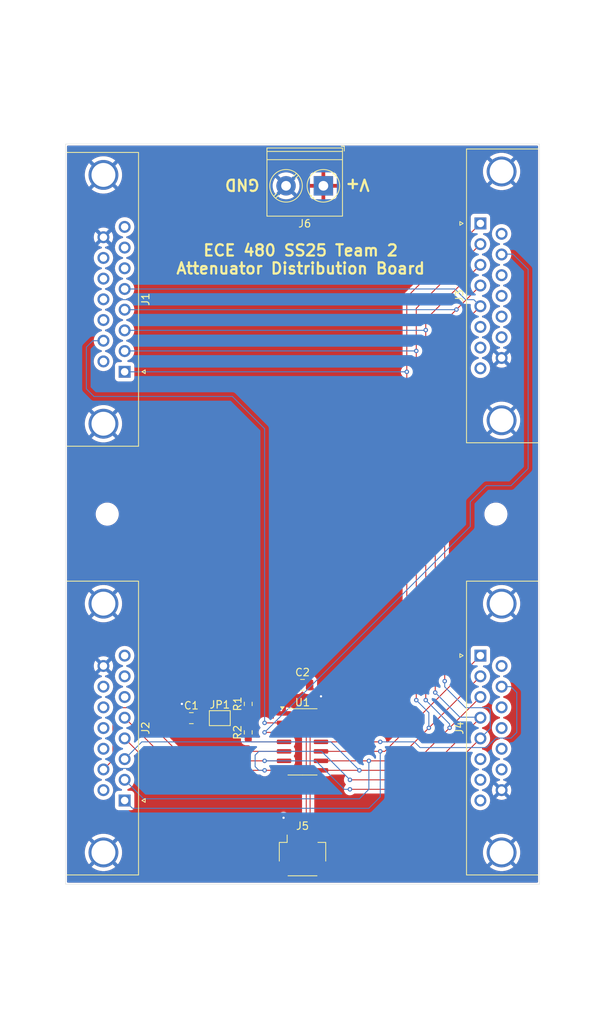
<source format=kicad_pcb>
(kicad_pcb (version 20240108) (generator "pcbnew") (generator_version "8.0")
  (layers (0 "F.Cu" signal) (31 "B.Cu" signal) (34 "B.Paste" user) (35 "F.Paste" user) (36 "B.SilkS" user "B.Silkscreen") (37 "F.SilkS" user "F.Silkscreen") (38 "B.Mask" user) (39 "F.Mask" user) (44 "Edge.Cuts" user))
  (net 0 "")
  (net 1 "VDD")
  (net 2 "GND")
  (net 3 "/SDA")
  (net 4 "/SCL")
  (net 5 "/C0")
  (net 6 "/C1")
  (net 7 "/C2")
  (net 8 "/C3")
  (net 9 "/C4")
  (net 10 "/L0")
  (net 11 "/L1")
  (net 12 "/L2")
  (net 13 "/L3")
  (net 14 "~{MCLR}")
  (net 15 "MCLR_HOLD")
  (net 16 "MCLR_HOLD_CAP")
  (footprint "TerminalBlock_Phoenix:TerminalBlock_Phoenix_PT-1,5-2-5.0-H_1x02_P5.00mm_Horizontal" (layer "F.Cu") (at 59.944 32.258 180)
    (property "Reference" "J6" (at 2.5 -5.06 360) (layer "F.SilkS"))
    (property "Value" "TerminalBlock_Phoenix_PT-1,5-2-5.0-H_1x02_P5.00mm_Horizontal")
    (fp_line (start 7.56 -4.06) (end 7.56 5.06) (stroke (width 0.12)) (layer "F.SilkS"))
    (fp_line (start 6.654 -1.388) (end 6.259 -0.992) (stroke (width 0.12)) (layer "F.SilkS"))
    (fp_line (start 6.388 -1.654) (end 6.008 -1.274) (stroke (width 0.12)) (layer "F.SilkS"))
    (fp_line (start 3.993 1.274) (end 3.613 1.654) (stroke (width 0.12)) (layer "F.SilkS"))
    (fp_line (start 3.742 0.992) (end 3.347 1.388) (stroke (width 0.12)) (layer "F.SilkS"))
    (fp_line (start 1.654 -1.388) (end 1.547 -1.281) (stroke (width 0.12)) (layer "F.SilkS"))
    (fp_line (start 1.388 -1.654) (end 1.281 -1.547) (stroke (width 0.12)) (layer "F.SilkS"))
    (fp_line (start -1.282 1.547) (end -1.388 1.654) (stroke (width 0.12)) (layer "F.SilkS"))
    (fp_line (start -1.548 1.281) (end -1.654 1.388) (stroke (width 0.12)) (layer "F.SilkS"))
    (fp_line (start -2.56 5.06) (end 7.56 5.06) (stroke (width 0.12)) (layer "F.SilkS"))
    (fp_line (start -2.56 4.6) (end 7.56 4.6) (stroke (width 0.12)) (layer "F.SilkS"))
    (fp_line (start -2.56 3.5) (end 7.56 3.5) (stroke (width 0.12)) (layer "F.SilkS"))
    (fp_line (start -2.56 -4.06) (end 7.56 -4.06) (stroke (width 0.12)) (layer "F.SilkS"))
    (fp_line (start -2.56 -4.06) (end -2.56 5.06) (stroke (width 0.12)) (layer "F.SilkS"))
    (fp_line (start -2.8 5.3) (end -2.4 5.3) (stroke (width 0.12)) (layer "F.SilkS"))
    (fp_line (start -2.8 4.66) (end -2.8 5.3) (stroke (width 0.12)) (layer "F.SilkS"))
    (fp_circle (center 5 0) (end 7.18 0) (stroke (width 0.12)) (fill none) (layer "F.SilkS"))
    (fp_circle (center 0 0) (end 2.18 0) (stroke (width 0.12)) (fill none) (layer "F.SilkS"))
    (pad "1" thru_hole rect (at 0 0 180) (size 2.6 2.6) (drill 1.3) (layers "*.Cu" "*.Mask") (net 1 "VDD"))
    (pad "2" thru_hole circle (at 5 0 180) (size 2.6 2.6) (drill 1.3) (layers "*.Cu" "*.Mask") (net 2 "GND"))
  )
  (footprint "Connector_Dsub:DSUB-15_Female_Horizontal_P2.77x2.84mm_EdgePinOffset4.94mm_Housed_MountingHolesOffset4.94mm" (layer "F.Cu") (at 33.32 114.525 -90)
    (property "Reference" "J2" (at -9.695 -2.8 90) (layer "F.SilkS"))
    (property "Value" "DSUB-15_Female_Horizontal_P2.77x2.84mm_EdgePinOffset4.94mm_Housed_MountingHolesOffset4.94mm")
    (fp_line (start -29.355 7.72) (end -29.355 -1.86) (stroke (width 0.12)) (layer "F.SilkS"))
    (fp_line (start -29.355 -1.86) (end 9.965 -1.86) (stroke (width 0.12)) (layer "F.SilkS"))
    (fp_line (start 9.965 -1.86) (end 9.965 7.72) (stroke (width 0.12)) (layer "F.SilkS"))
    (fp_line (start 0 -2.321325) (end -0.25 -2.754338) (stroke (width 0.12)) (layer "F.SilkS"))
    (fp_line (start -0.25 -2.754338) (end 0.25 -2.754338) (stroke (width 0.12)) (layer "F.SilkS"))
    (fp_line (start 0.25 -2.754338) (end 0 -2.321325) (stroke (width 0.12)) (layer "F.SilkS"))
    (pad "0" thru_hole circle (at -26.345 2.84 270) (size 4 4) (drill 3.2) (layers "*.Cu" "*.Mask") (net 2 "GND"))
    (pad "0" thru_hole circle (at 6.955 2.84 270) (size 4 4) (drill 3.2) (layers "*.Cu" "*.Mask") (net 2 "GND"))
    (pad "1" thru_hole rect (at 0 0 270) (size 1.6 1.6) (drill 1) (layers "*.Cu" "*.Mask") (net 5 "/C0"))
    (pad "2" thru_hole circle (at -2.77 0 270) (size 1.6 1.6) (drill 1) (layers "*.Cu" "*.Mask") (net 6 "/C1"))
    (pad "3" thru_hole circle (at -5.54 0 270) (size 1.6 1.6) (drill 1) (layers "*.Cu" "*.Mask") (net 7 "/C2"))
    (pad "4" thru_hole circle (at -8.31 0 270) (size 1.6 1.6) (drill 1) (layers "*.Cu" "*.Mask") (net 8 "/C3"))
    (pad "5" thru_hole circle (at -11.08 0 270) (size 1.6 1.6) (drill 1) (layers "*.Cu" "*.Mask") (net 9 "/C4"))
    (pad "6" thru_hole circle (at -13.85 0 270) (size 1.6 1.6) (drill 1) (layers "*.Cu" "*.Mask"))
    (pad "7" thru_hole circle (at -16.62 0 270) (size 1.6 1.6) (drill 1) (layers "*.Cu" "*.Mask"))
    (pad "8" thru_hole circle (at -19.39 0 270) (size 1.6 1.6) (drill 1) (layers "*.Cu" "*.Mask"))
    (pad "9" thru_hole circle (at -1.385 2.84 270) (size 1.6 1.6) (drill 1) (layers "*.Cu" "*.Mask"))
    (pad "10" thru_hole circle (at -4.155 2.84 270) (size 1.6 1.6) (drill 1) (layers "*.Cu" "*.Mask") (net 11 "/L1"))
    (pad "11" thru_hole circle (at -6.925 2.84 270) (size 1.6 1.6) (drill 1) (layers "*.Cu" "*.Mask"))
    (pad "12" thru_hole circle (at -9.695 2.84 270) (size 1.6 1.6) (drill 1) (layers "*.Cu" "*.Mask"))
    (pad "13" thru_hole circle (at -12.465 2.84 270) (size 1.6 1.6) (drill 1) (layers "*.Cu" "*.Mask"))
    (pad "14" thru_hole circle (at -15.235 2.84 270) (size 1.6 1.6) (drill 1) (layers "*.Cu" "*.Mask"))
    (pad "15" thru_hole circle (at -18.005 2.84 270) (size 1.6 1.6) (drill 1) (layers "*.Cu" "*.Mask") (net 2 "GND"))
  )
  (footprint "Resistor_SMD:R_0603_1608Metric" (layer "F.Cu") (at 49.878 101.6 90)
    (property "Reference" "R1" (at 0 -1.43 90) (layer "F.SilkS"))
    (property "Value" "10kΩ")
    (fp_line (start -0.237258 -0.5225) (end 0.237258 -0.5225) (stroke (width 0.12)) (layer "F.SilkS"))
    (fp_line (start -0.237258 0.5225) (end 0.237258 0.5225) (stroke (width 0.12)) (layer "F.SilkS"))
    (pad "1" smd roundrect (at -0.825 0 90) (size 0.8 0.95) (layers "F.Cu" "F.Paste" "F.Mask") (net 15 "MCLR_HOLD"))
    (pad "2" smd roundrect (at 0.825 0 90) (size 0.8 0.95) (layers "F.Cu" "F.Paste" "F.Mask") (net 1 "VDD"))
  )
  (footprint "Connector_Dsub:DSUB-15_Female_Horizontal_P2.77x2.84mm_EdgePinOffset4.94mm_Housed_MountingHolesOffset4.94mm" (layer "F.Cu") (at 33.32 57.145 -90)
    (property "Reference" "J1" (at -9.695 -2.8 90) (layer "F.SilkS"))
    (property "Value" "DSUB-15_Female_Horizontal_P2.77x2.84mm_EdgePinOffset4.94mm_Housed_MountingHolesOffset4.94mm")
    (fp_line (start -29.355 7.72) (end -29.355 -1.86) (stroke (width 0.12)) (layer "F.SilkS"))
    (fp_line (start -29.355 -1.86) (end 9.965 -1.86) (stroke (width 0.12)) (layer "F.SilkS"))
    (fp_line (start 9.965 -1.86) (end 9.965 7.72) (stroke (width 0.12)) (layer "F.SilkS"))
    (fp_line (start 0 -2.321325) (end -0.25 -2.754338) (stroke (width 0.12)) (layer "F.SilkS"))
    (fp_line (start -0.25 -2.754338) (end 0.25 -2.754338) (stroke (width 0.12)) (layer "F.SilkS"))
    (fp_line (start 0.25 -2.754338) (end 0 -2.321325) (stroke (width 0.12)) (layer "F.SilkS"))
    (pad "0" thru_hole circle (at -26.345 2.84 270) (size 4 4) (drill 3.2) (layers "*.Cu" "*.Mask") (net 2 "GND"))
    (pad "0" thru_hole circle (at 6.955 2.84 270) (size 4 4) (drill 3.2) (layers "*.Cu" "*.Mask") (net 2 "GND"))
    (pad "1" thru_hole rect (at 0 0 270) (size 1.6 1.6) (drill 1) (layers "*.Cu" "*.Mask") (net 5 "/C0"))
    (pad "2" thru_hole circle (at -2.77 0 270) (size 1.6 1.6) (drill 1) (layers "*.Cu" "*.Mask") (net 6 "/C1"))
    (pad "3" thru_hole circle (at -5.54 0 270) (size 1.6 1.6) (drill 1) (layers "*.Cu" "*.Mask") (net 7 "/C2"))
    (pad "4" thru_hole circle (at -8.31 0 270) (size 1.6 1.6) (drill 1) (layers "*.Cu" "*.Mask") (net 8 "/C3"))
    (pad "5" thru_hole circle (at -11.08 0 270) (size 1.6 1.6) (drill 1) (layers "*.Cu" "*.Mask") (net 9 "/C4"))
    (pad "6" thru_hole circle (at -13.85 0 270) (size 1.6 1.6) (drill 1) (layers "*.Cu" "*.Mask"))
    (pad "7" thru_hole circle (at -16.62 0 270) (size 1.6 1.6) (drill 1) (layers "*.Cu" "*.Mask"))
    (pad "8" thru_hole circle (at -19.39 0 270) (size 1.6 1.6) (drill 1) (layers "*.Cu" "*.Mask"))
    (pad "9" thru_hole circle (at -1.385 2.84 270) (size 1.6 1.6) (drill 1) (layers "*.Cu" "*.Mask"))
    (pad "10" thru_hole circle (at -4.155 2.84 270) (size 1.6 1.6) (drill 1) (layers "*.Cu" "*.Mask") (net 10 "/L0"))
    (pad "11" thru_hole circle (at -6.925 2.84 270) (size 1.6 1.6) (drill 1) (layers "*.Cu" "*.Mask"))
    (pad "12" thru_hole circle (at -9.695 2.84 270) (size 1.6 1.6) (drill 1) (layers "*.Cu" "*.Mask"))
    (pad "13" thru_hole circle (at -12.465 2.84 270) (size 1.6 1.6) (drill 1) (layers "*.Cu" "*.Mask"))
    (pad "14" thru_hole circle (at -15.235 2.84 270) (size 1.6 1.6) (drill 1) (layers "*.Cu" "*.Mask"))
    (pad "15" thru_hole circle (at -18.005 2.84 270) (size 1.6 1.6) (drill 1) (layers "*.Cu" "*.Mask") (net 2 "GND"))
  )
  (footprint "Jumper:SolderJumper-2_P1.3mm_Open_Pad1.0x1.5mm" (layer "F.Cu") (at 46.068 103.505)
    (property "Reference" "JP1" (at 0 -1.8 0) (layer "F.SilkS"))
    (property "Value" "SolderJumper-2_P1.3mm_Open_Pad1.0x1.5mm")
    (fp_line (start -1.4 -1) (end 1.4 -1) (stroke (width 0.12)) (layer "F.SilkS"))
    (fp_line (start -1.4 1) (end -1.4 -1) (stroke (width 0.12)) (layer "F.SilkS"))
    (fp_line (start 1.4 -1) (end 1.4 1) (stroke (width 0.12)) (layer "F.SilkS"))
    (fp_line (start 1.4 1) (end -1.4 1) (stroke (width 0.12)) (layer "F.SilkS"))
    (pad "1" smd rect (at -0.65 0) (size 1 1.5) (layers "F.Cu" "F.Mask") (net 16 "MCLR_HOLD_CAP"))
    (pad "2" smd rect (at 0.65 0) (size 1 1.5) (layers "F.Cu" "F.Mask") (net 15 "MCLR_HOLD"))
  )
  (footprint "Connector_Dsub:DSUB-15_Female_Horizontal_P2.77x2.84mm_EdgePinOffset4.94mm_Housed_MountingHolesOffset4.94mm" (layer "F.Cu") (at 80.98 95.135 90)
    (property "Reference" "J4" (at -9.695 -2.8 90) (layer "F.SilkS"))
    (property "Value" "DSUB-15_Female_Horizontal_P2.77x2.84mm_EdgePinOffset4.94mm_Housed_MountingHolesOffset4.94mm")
    (fp_line (start 0.25 -2.754338) (end 0 -2.321325) (stroke (width 0.12)) (layer "F.SilkS"))
    (fp_line (start -0.25 -2.754338) (end 0.25 -2.754338) (stroke (width 0.12)) (layer "F.SilkS"))
    (fp_line (start 0 -2.321325) (end -0.25 -2.754338) (stroke (width 0.12)) (layer "F.SilkS"))
    (fp_line (start 9.965 -1.86) (end 9.965 7.72) (stroke (width 0.12)) (layer "F.SilkS"))
    (fp_line (start -29.355 -1.86) (end 9.965 -1.86) (stroke (width 0.12)) (layer "F.SilkS"))
    (fp_line (start -29.355 7.72) (end -29.355 -1.86) (stroke (width 0.12)) (layer "F.SilkS"))
    (pad "0" thru_hole circle (at -26.345 2.84 90) (size 4 4) (drill 3.2) (layers "*.Cu" "*.Mask") (net 2 "GND"))
    (pad "0" thru_hole circle (at 6.955 2.84 90) (size 4 4) (drill 3.2) (layers "*.Cu" "*.Mask") (net 2 "GND"))
    (pad "1" thru_hole rect (at 0 0 90) (size 1.6 1.6) (drill 1) (layers "*.Cu" "*.Mask") (net 5 "/C0"))
    (pad "2" thru_hole circle (at -2.77 0 90) (size 1.6 1.6) (drill 1) (layers "*.Cu" "*.Mask") (net 6 "/C1"))
    (pad "3" thru_hole circle (at -5.54 0 90) (size 1.6 1.6) (drill 1) (layers "*.Cu" "*.Mask") (net 7 "/C2"))
    (pad "4" thru_hole circle (at -8.31 0 90) (size 1.6 1.6) (drill 1) (layers "*.Cu" "*.Mask") (net 8 "/C3"))
    (pad "5" thru_hole circle (at -11.08 0 90) (size 1.6 1.6) (drill 1) (layers "*.Cu" "*.Mask") (net 9 "/C4"))
    (pad "6" thru_hole circle (at -13.85 0 90) (size 1.6 1.6) (drill 1) (layers "*.Cu" "*.Mask"))
    (pad "7" thru_hole circle (at -16.62 0 90) (size 1.6 1.6) (drill 1) (layers "*.Cu" "*.Mask"))
    (pad "8" thru_hole circle (at -19.39 0 90) (size 1.6 1.6) (drill 1) (layers "*.Cu" "*.Mask"))
    (pad "9" thru_hole circle (at -1.385 2.84 90) (size 1.6 1.6) (drill 1) (layers "*.Cu" "*.Mask"))
    (pad "10" thru_hole circle (at -4.155 2.84 90) (size 1.6 1.6) (drill 1) (layers "*.Cu" "*.Mask") (net 13 "/L3"))
    (pad "11" thru_hole circle (at -6.925 2.84 90) (size 1.6 1.6) (drill 1) (layers "*.Cu" "*.Mask"))
    (pad "12" thru_hole circle (at -9.695 2.84 90) (size 1.6 1.6) (drill 1) (layers "*.Cu" "*.Mask"))
    (pad "13" thru_hole circle (at -12.465 2.84 90) (size 1.6 1.6) (drill 1) (layers "*.Cu" "*.Mask"))
    (pad "14" thru_hole circle (at -15.235 2.84 90) (size 1.6 1.6) (drill 1) (layers "*.Cu" "*.Mask"))
    (pad "15" thru_hole circle (at -18.005 2.84 90) (size 1.6 1.6) (drill 1) (layers "*.Cu" "*.Mask") (net 2 "GND"))
  )
  (footprint "Capacitor_SMD:C_0805_2012Metric" (layer "F.Cu") (at 57.15 99.06)
    (property "Reference" "C2" (at 0 -1.68 0) (layer "F.SilkS"))
    (property "Value" "0.1µF")
    (fp_line (start -0.261252 -0.735) (end 0.261252 -0.735) (stroke (width 0.12)) (layer "F.SilkS"))
    (fp_line (start -0.261252 0.735) (end 0.261252 0.735) (stroke (width 0.12)) (layer "F.SilkS"))
    (pad "1" smd roundrect (at -0.95 0) (size 1 1.45) (layers "F.Cu" "F.Paste" "F.Mask") (net 1 "VDD"))
    (pad "2" smd roundrect (at 0.95 0) (size 1 1.45) (layers "F.Cu" "F.Paste" "F.Mask") (net 2 "GND"))
  )
  (footprint "Connector_JST:JST_SH_SM04B-SRSS-TB_1x04-1MP_P1.00mm_Horizontal" (layer "F.Cu") (at 57.15 121.92)
    (property "Reference" "J5" (at 0 -3.98 0) (layer "F.SilkS"))
    (property "Value" "JST_SH_SM04B-SRSS-TB_1x04-1MP_P1.00mm_Horizontal")
    (fp_line (start -3.11 -1.785) (end -2.06 -1.785) (stroke (width 0.12)) (layer "F.SilkS"))
    (fp_line (start -3.11 0.715) (end -3.11 -1.785) (stroke (width 0.12)) (layer "F.SilkS"))
    (fp_line (start -2.06 -1.785) (end -2.06 -2.775) (stroke (width 0.12)) (layer "F.SilkS"))
    (fp_line (start -1.94 2.685) (end 1.94 2.685) (stroke (width 0.12)) (layer "F.SilkS"))
    (fp_line (start 3.11 -1.785) (end 2.06 -1.785) (stroke (width 0.12)) (layer "F.SilkS"))
    (fp_line (start 3.11 0.715) (end 3.11 -1.785) (stroke (width 0.12)) (layer "F.SilkS"))
    (pad "1" smd roundrect (at -1.5 -2) (size 0.6 1.55) (layers "F.Cu" "F.Paste" "F.Mask") (net 2 "GND"))
    (pad "2" smd roundrect (at -0.5 -2) (size 0.6 1.55) (layers "F.Cu" "F.Paste" "F.Mask") (net 1 "VDD"))
    (pad "3" smd roundrect (at 0.5 -2) (size 0.6 1.55) (layers "F.Cu" "F.Paste" "F.Mask") (net 3 "/SDA"))
    (pad "4" smd roundrect (at 1.5 -2) (size 0.6 1.55) (layers "F.Cu" "F.Paste" "F.Mask") (net 4 "/SCL"))
    (pad "MP" smd roundrect (at -2.8 1.875) (size 1.2 1.8) (layers "F.Cu" "F.Paste" "F.Mask") (roundrect_rratio 0.208333))
    (pad "MP" smd roundrect (at 2.8 1.875) (size 1.2 1.8) (layers "F.Cu" "F.Paste" "F.Mask") (roundrect_rratio 0.208333))
  )
  (footprint "Package_SO:SOIC-14_3.9x8.7mm_P1.27mm" (layer "F.Cu") (at 57.15 106.68)
    (property "Reference" "U1" (at 0 -5.28 0) (layer "F.SilkS"))
    (property "Value" "PIC18F04Q40")
    (fp_line (start 0 -4.435) (end -1.95 -4.435) (stroke (width 0.12)) (layer "F.SilkS"))
    (fp_line (start 0 -4.435) (end 1.95 -4.435) (stroke (width 0.12)) (layer "F.SilkS"))
    (fp_line (start 0 4.435) (end -1.95 4.435) (stroke (width 0.12)) (layer "F.SilkS"))
    (fp_line (start 0 4.435) (end 1.95 4.435) (stroke (width 0.12)) (layer "F.SilkS"))
    (fp_poly (pts (xy -2.7 -4.37) (xy -2.94 -4.7) (xy -2.46 -4.7) (xy -2.7 -4.37)) (stroke (width 0.12)) (fill solid) (layer "F.SilkS"))
    (pad "1" smd roundrect (at -2.475 -3.81) (size 1.95 0.6) (layers "F.Cu" "F.Paste" "F.Mask") (net 1 "VDD"))
    (pad "2" smd roundrect (at -2.475 -2.54) (size 1.95 0.6) (layers "F.Cu" "F.Paste" "F.Mask") (net 10 "/L0"))
    (pad "3" smd roundrect (at -2.475 -1.27) (size 1.95 0.6) (layers "F.Cu" "F.Paste" "F.Mask") (net 12 "/L2"))
    (pad "4" smd roundrect (at -2.475 0) (size 1.95 0.6) (layers "F.Cu" "F.Paste" "F.Mask") (net 14 "~{MCLR}"))
    (pad "5" smd roundrect (at -2.475 1.27) (size 1.95 0.6) (layers "F.Cu" "F.Paste" "F.Mask") (net 11 "/L1"))
    (pad "6" smd roundrect (at -2.475 2.54) (size 1.95 0.6) (layers "F.Cu" "F.Paste" "F.Mask") (net 9 "/C4"))
    (pad "7" smd roundrect (at -2.475 3.81) (size 1.95 0.6) (layers "F.Cu" "F.Paste" "F.Mask") (net 8 "/C3"))
    (pad "8" smd roundrect (at 2.475 3.81) (size 1.95 0.6) (layers "F.Cu" "F.Paste" "F.Mask") (net 7 "/C2"))
    (pad "9" smd roundrect (at 2.475 2.54) (size 1.95 0.6) (layers "F.Cu" "F.Paste" "F.Mask") (net 6 "/C1"))
    (pad "10" smd roundrect (at 2.475 1.27) (size 1.95 0.6) (layers "F.Cu" "F.Paste" "F.Mask") (net 5 "/C0"))
    (pad "11" smd roundrect (at 2.475 0) (size 1.95 0.6) (layers "F.Cu" "F.Paste" "F.Mask") (net 13 "/L3"))
    (pad "12" smd roundrect (at 2.475 -1.27) (size 1.95 0.6) (layers "F.Cu" "F.Paste" "F.Mask") (net 4 "/SCL"))
    (pad "13" smd roundrect (at 2.475 -2.54) (size 1.95 0.6) (layers "F.Cu" "F.Paste" "F.Mask") (net 3 "/SDA"))
    (pad "14" smd roundrect (at 2.475 -3.81) (size 1.95 0.6) (layers "F.Cu" "F.Paste" "F.Mask") (net 2 "GND"))
  )
  (footprint "MountingHole:MountingHole_2.7mm_M2.5_ISO7380" (layer "F.Cu") (at 83.058 76.2)
    (property "Reference" "H1" (hide yes))
    (property "Value" "MountingHole_2.7mm_M2.5_ISO7380")
    (pad "" np_thru_hole circle (at 0 0) (size 2.7 2.7) (drill 2.7) (layers "*.Cu" "*.Mask"))
  )
  (footprint "MountingHole:MountingHole_2.7mm_M2.5_ISO7380" (layer "F.Cu") (at 30.988 76.2)
    (property "Reference" "H1" (hide yes))
    (property "Value" "MountingHole_2.7mm_M2.5_ISO7380")
    (pad "" np_thru_hole circle (at 0 0) (size 2.7 2.7) (drill 2.7) (layers "*.Cu" "*.Mask"))
  )
  (footprint "Connector_Dsub:DSUB-15_Female_Horizontal_P2.77x2.84mm_EdgePinOffset4.94mm_Housed_MountingHolesOffset4.94mm" (layer "F.Cu") (at 80.98 37.295 90)
    (property "Reference" "J3" (at -9.695 -2.8 90) (layer "F.SilkS"))
    (property "Value" "DSUB-15_Female_Horizontal_P2.77x2.84mm_EdgePinOffset4.94mm_Housed_MountingHolesOffset4.94mm")
    (fp_line (start 0.25 -2.754338) (end 0 -2.321325) (stroke (width 0.12)) (layer "F.SilkS"))
    (fp_line (start -0.25 -2.754338) (end 0.25 -2.754338) (stroke (width 0.12)) (layer "F.SilkS"))
    (fp_line (start 0 -2.321325) (end -0.25 -2.754338) (stroke (width 0.12)) (layer "F.SilkS"))
    (fp_line (start 9.965 -1.86) (end 9.965 7.72) (stroke (width 0.12)) (layer "F.SilkS"))
    (fp_line (start -29.355 -1.86) (end 9.965 -1.86) (stroke (width 0.12)) (layer "F.SilkS"))
    (fp_line (start -29.355 7.72) (end -29.355 -1.86) (stroke (width 0.12)) (layer "F.SilkS"))
    (pad "0" thru_hole circle (at -26.345 2.84 90) (size 4 4) (drill 3.2) (layers "*.Cu" "*.Mask") (net 2 "GND"))
    (pad "0" thru_hole circle (at 6.955 2.84 90) (size 4 4) (drill 3.2) (layers "*.Cu" "*.Mask") (net 2 "GND"))
    (pad "1" thru_hole rect (at 0 0 90) (size 1.6 1.6) (drill 1) (layers "*.Cu" "*.Mask") (net 5 "/C0"))
    (pad "2" thru_hole circle (at -2.77 0 90) (size 1.6 1.6) (drill 1) (layers "*.Cu" "*.Mask") (net 6 "/C1"))
    (pad "3" thru_hole circle (at -5.54 0 90) (size 1.6 1.6) (drill 1) (layers "*.Cu" "*.Mask") (net 7 "/C2"))
    (pad "4" thru_hole circle (at -8.31 0 90) (size 1.6 1.6) (drill 1) (layers "*.Cu" "*.Mask") (net 8 "/C3"))
    (pad "5" thru_hole circle (at -11.08 0 90) (size 1.6 1.6) (drill 1) (layers "*.Cu" "*.Mask") (net 9 "/C4"))
    (pad "6" thru_hole circle (at -13.85 0 90) (size 1.6 1.6) (drill 1) (layers "*.Cu" "*.Mask"))
    (pad "7" thru_hole circle (at -16.62 0 90) (size 1.6 1.6) (drill 1) (layers "*.Cu" "*.Mask"))
    (pad "8" thru_hole circle (at -19.39 0 90) (size 1.6 1.6) (drill 1) (layers "*.Cu" "*.Mask"))
    (pad "9" thru_hole circle (at -1.385 2.84 90) (size 1.6 1.6) (drill 1) (layers "*.Cu" "*.Mask"))
    (pad "10" thru_hole circle (at -4.155 2.84 90) (size 1.6 1.6) (drill 1) (layers "*.Cu" "*.Mask") (net 12 "/L2"))
    (pad "11" thru_hole circle (at -6.925 2.84 90) (size 1.6 1.6) (drill 1) (layers "*.Cu" "*.Mask"))
    (pad "12" thru_hole circle (at -9.695 2.84 90) (size 1.6 1.6) (drill 1) (layers "*.Cu" "*.Mask"))
    (pad "13" thru_hole circle (at -12.465 2.84 90) (size 1.6 1.6) (drill 1) (layers "*.Cu" "*.Mask"))
    (pad "14" thru_hole circle (at -15.235 2.84 90) (size 1.6 1.6) (drill 1) (layers "*.Cu" "*.Mask"))
    (pad "15" thru_hole circle (at -18.005 2.84 90) (size 1.6 1.6) (drill 1) (layers "*.Cu" "*.Mask") (net 2 "GND"))
  )
  (footprint "Resistor_SMD:R_0603_1608Metric" (layer "F.Cu") (at 49.878 105.41 90)
    (property "Reference" "R2" (at 0 -1.43 90) (layer "F.SilkS"))
    (property "Value" "470Ω")
    (fp_line (start -0.237258 -0.5225) (end 0.237258 -0.5225) (stroke (width 0.12)) (layer "F.SilkS"))
    (fp_line (start -0.237258 0.5225) (end 0.237258 0.5225) (stroke (width 0.12)) (layer "F.SilkS"))
    (pad "1" smd roundrect (at -0.825 0 90) (size 0.8 0.95) (layers "F.Cu" "F.Paste" "F.Mask") (net 14 "~{MCLR}"))
    (pad "2" smd roundrect (at 0.825 0 90) (size 0.8 0.95) (layers "F.Cu" "F.Paste" "F.Mask") (net 15 "MCLR_HOLD"))
  )
  (footprint "Capacitor_SMD:C_0805_2012Metric" (layer "F.Cu") (at 42.258 103.505)
    (property "Reference" "C1" (at 0 -1.68 0) (layer "F.SilkS"))
    (property "Value" "0.1µF")
    (fp_line (start -0.261252 -0.735) (end 0.261252 -0.735) (stroke (width 0.12)) (layer "F.SilkS"))
    (fp_line (start -0.261252 0.735) (end 0.261252 0.735) (stroke (width 0.12)) (layer "F.SilkS"))
    (pad "1" smd roundrect (at -0.95 0) (size 1 1.45) (layers "F.Cu" "F.Paste" "F.Mask") (net 2 "GND"))
    (pad "2" smd roundrect (at 0.95 0) (size 1 1.45) (layers "F.Cu" "F.Paste" "F.Mask") (net 16 "MCLR_HOLD_CAP"))
  )
  (gr_rect (start 25.4 26.67) (end 88.9 125.73) (stroke (width 0.05)) (fill none) (layer "Edge.Cuts"))
  (gr_text "ECE 480 SS25 Team 2\nAttenuator Distribution Board" (at 56.896 44.196 0) (layer "F.SilkS") (effects (font (size 1.5 1.5) (thickness 0.3) (bold yes)) (justify bottom)))
  (gr_text "GND" (at 51.562 31.242 180) (layer "F.SilkS") (effects (font (size 1.5 1.5) (thickness 0.3) (bold yes)) (justify left bottom)))
  (gr_text "V+" (at 66.294 31.242 180) (layer "F.SilkS") (effects (font (size 1.5 1.5) (thickness 0.3) (bold yes)) (justify left bottom)))
  (segment (start 59.625 100.585) (end 59.625 102.87) (width 0.127) (layer "F.Cu") (net 2))
  (segment (start 55.65 119.92) (end 55.65 117.88) (width 0.127) (layer "F.Cu") (net 2))
  (segment (start 41.308 103.505) (end 40.988 103.185) (width 0.127) (layer "F.Cu") (net 2))
  (segment (start 55.65 117.88) (end 54.61 116.84) (width 0.127) (layer "F.Cu") (net 2))
  (segment (start 40.988 103.185) (end 40.988 101.6) (width 0.127) (layer "F.Cu") (net 2))
  (segment (start 58.1 99.06) (end 59.625 100.585) (width 0.127) (layer "F.Cu") (net 2))
  (via (at 40.988 101.6) (size 0.6) (drill 0.3) (layers "F.Cu" "B.Cu") (net 2))
  (via (at 54.61 116.84) (size 0.6) (drill 0.3) (layers "F.Cu" "B.Cu") (net 2))
  (via (at 59.625 100.585) (size 0.6) (drill 0.3) (layers "F.Cu" "B.Cu") (net 2))
  (segment (start 32.766 110.236) (end 34.798 110.236) (width 0.127) (layer "B.Cu") (net 2))
  (segment (start 33.02 47.498) (end 34.29 47.498) (width 0.127) (layer "B.Cu") (net 2))
  (segment (start 58.42 104.14) (end 59.625 104.14) (width 0.127) (layer "F.Cu") (net 3))
  (segment (start 57.65 104.91) (end 58.42 104.14) (width 0.127) (layer "F.Cu") (net 3))
  (segment (start 57.65 119.92) (end 57.65 104.91) (width 0.127) (layer "F.Cu") (net 3))
  (segment (start 58.65 119.92) (end 58.65 118.848) (width 0.127) (layer "F.Cu") (net 4))
  (segment (start 58.674 105.41) (end 59.625 105.41) (width 0.127) (layer "F.Cu") (net 4))
  (segment (start 58.65 118.848) (end 58.166 118.364) (width 0.127) (layer "F.Cu") (net 4))
  (segment (start 58.166 118.364) (end 58.166 105.918) (width 0.127) (layer "F.Cu") (net 4))
  (segment (start 58.166 105.918) (end 58.674 105.41) (width 0.127) (layer "F.Cu") (net 4))
  (segment (start 67.564 107.95) (end 68.165 107.95) (width 0.127) (layer "F.Cu") (net 5))
  (segment (start 71.12 104.902) (end 71.1665 104.9485) (width 0.127) (layer "F.Cu") (net 5))
  (segment (start 71.12 47.155) (end 80.98 37.295) (width 0.127) (layer "F.Cu") (net 5))
  (segment (start 71.12 57.15) (end 71.12 104.902) (width 0.127) (layer "F.Cu") (net 5))
  (segment (start 59.625 107.95) (end 67.564 107.95) (width 0.127) (layer "F.Cu") (net 5))
  (segment (start 68.165 107.95) (end 71.1665 104.9485) (width 0.127) (layer "F.Cu") (net 5))
  (segment (start 71.12 57.15) (end 71.12 47.155) (width 0.127) (layer "F.Cu") (net 5))
  (segment (start 71.1665 104.9485) (end 80.98 95.135) (width 0.127) (layer "F.Cu") (net 5))
  (via (at 67.564 107.95) (size 0.6) (drill 0.3) (layers "F.Cu" "B.Cu") (net 5))
  (via (at 71.12 57.15) (size 0.6) (drill 0.3) (layers "F.Cu" "B.Cu") (net 5))
  (segment (start 34.365 115.57) (end 33.32 114.525) (width 0.127) (layer "B.Cu") (net 5))
  (segment (start 66.04 115.57) (end 34.365 115.57) (width 0.127) (layer "B.Cu") (net 5))
  (segment (start 71.12 57.15) (end 33.325 57.15) (width 0.127) (layer "B.Cu") (net 5))
  (segment (start 33.325 57.15) (end 33.32 57.145) (width 0.127) (layer "B.Cu") (net 5))
  (segment (start 67.564 114.046) (end 66.04 115.57) (width 0.127) (layer "B.Cu") (net 5))
  (segment (start 67.564 107.95) (end 67.564 114.046) (width 0.127) (layer "B.Cu") (net 5))
  (segment (start 66.04 109.22) (end 69.665 109.22) (width 0.127) (layer "F.Cu") (net 6))
  (segment (start 72.39 48.655) (end 80.98 40.065) (width 0.127) (layer "F.Cu") (net 6))
  (segment (start 59.625 109.22) (end 66.04 109.22) (width 0.127) (layer "F.Cu") (net 6))
  (segment (start 74.0755 104.8095) (end 80.98 97.905) (width 0.127) (layer "F.Cu") (net 6))
  (segment (start 69.665 109.22) (end 74.0755 104.8095) (width 0.127) (layer "F.Cu") (net 6))
  (segment (start 72.39 54.356) (end 72.39 48.655) (width 0.127) (layer "F.Cu") (net 6))
  (segment (start 72.39 101.092) (end 72.39 54.356) (width 0.127) (layer "F.Cu") (net 6))
  (via (at 74.0755 104.8095) (size 0.6) (drill 0.3) (layers "F.Cu" "B.Cu") (net 6))
  (via (at 72.39 101.092) (size 0.6) (drill 0.3) (layers "F.Cu" "B.Cu") (net 6))
  (via (at 66.04 109.22) (size 0.6) (drill 0.3) (layers "F.Cu" "B.Cu") (net 6))
  (via (at 72.39 54.356) (size 0.6) (drill 0.3) (layers "F.Cu" "B.Cu") (net 6))
  (segment (start 66.04 109.22) (end 66.04 113.03) (width 0.127) (layer "B.Cu") (net 6))
  (segment (start 72.39 54.356) (end 33.339 54.356) (width 0.127) (layer "B.Cu") (net 6))
  (segment (start 35.865 114.3) (end 33.32 111.755) (width 0.127) (layer "B.Cu") (net 6))
  (segment (start 33.339 54.356) (end 33.32 54.375) (width 0.127) (layer "B.Cu") (net 6))
  (segment (start 66.04 113.03) (end 64.77 114.3) (width 0.127) (layer "B.Cu") (net 6))
  (segment (start 74.0755 102.7775) (end 72.39 101.092) (width 0.127) (layer "B.Cu") (net 6))
  (segment (start 64.77 114.3) (end 35.865 114.3) (width 0.127) (layer "B.Cu") (net 6))
  (segment (start 74.0755 104.8095) (end 74.0755 102.7775) (width 0.127) (layer "B.Cu") (net 6))
  (segment (start 76.8575 104.7975) (end 80.98 100.675) (width 0.127) (layer "F.Cu") (net 7))
  (segment (start 59.625 110.49) (end 64.77 110.49) (width 0.127) (layer "F.Cu") (net 7))
  (segment (start 71.165 110.49) (end 76.8575 104.7975) (width 0.127) (layer "F.Cu") (net 7))
  (segment (start 73.66 50.155) (end 80.98 42.835) (width 0.127) (layer "F.Cu") (net 7))
  (segment (start 64.77 110.49) (end 71.165 110.49) (width 0.127) (layer "F.Cu") (net 7))
  (segment (start 73.66 101.092) (end 73.66 51.562) (width 0.127) (layer "F.Cu") (net 7))
  (segment (start 73.66 51.562) (end 73.66 50.155) (width 0.127) (layer "F.Cu") (net 7))
  (via (at 73.66 101.092) (size 0.6) (drill 0.3) (layers "F.Cu" "B.Cu") (net 7))
  (via (at 76.8575 104.7975) (size 0.6) (drill 0.3) (layers "F.Cu" "B.Cu") (net 7))
  (via (at 73.66 51.562) (size 0.6) (drill 0.3) (layers "F.Cu" "B.Cu") (net 7))
  (via (at 64.77 110.49) (size 0.6) (drill 0.3) (layers "F.Cu" "B.Cu") (net 7))
  (segment (start 64.77 110.49) (end 60.96 106.68) (width 0.127) (layer "B.Cu") (net 7))
  (segment (start 60.96 106.68) (end 35.625 106.68) (width 0.127) (layer "B.Cu") (net 7))
  (segment (start 73.617 51.605) (end 33.32 51.605) (width 0.127) (layer "B.Cu") (net 7))
  (segment (start 35.625 106.68) (end 33.32 108.985) (width 0.127) (layer "B.Cu") (net 7))
  (segment (start 76.8575 104.2895) (end 76.8575 104.7975) (width 0.127) (layer "B.Cu") (net 7))
  (segment (start 73.66 51.562) (end 73.617 51.605) (width 0.127) (layer "B.Cu") (net 7))
  (segment (start 73.66 101.092) (end 76.8575 104.2895) (width 0.127) (layer "B.Cu") (net 7))
  (segment (start 74.93 51.655) (end 74.93 100.076) (width 0.127) (layer "F.Cu") (net 8))
  (segment (start 72.665 111.76) (end 80.98 103.445) (width 0.127) (layer "F.Cu") (net 8))
  (segment (start 77.7705 48.8145) (end 80.98 45.605) (width 0.127) (layer "F.Cu") (net 8))
  (segment (start 52.07 110.49) (end 37.595 110.49) (width 0.127) (layer "F.Cu") (net 8))
  (segment (start 63.5 111.76) (end 72.665 111.76) (width 0.127) (layer "F.Cu") (net 8))
  (segment (start 37.595 110.49) (end 33.32 106.215) (width 0.127) (layer "F.Cu") (net 8))
  (segment (start 77.7705 48.8145) (end 74.93 51.655) (width 0.127) (layer "F.Cu") (net 8))
  (segment (start 54.675 110.49) (end 52.07 110.49) (width 0.127) (layer "F.Cu") (net 8))
  (via (at 63.5 111.76) (size 0.6) (drill 0.3) (layers "F.Cu" "B.Cu") (net 8))
  (via (at 52.07 110.49) (size 0.6) (drill 0.3) (layers "F.Cu" "B.Cu") (net 8))
  (via (at 77.7705 48.8145) (size 0.6) (drill 0.3) (layers "F.Cu" "B.Cu") (net 8))
  (via (at 74.93 100.076) (size 0.6) (drill 0.3) (layers "F.Cu" "B.Cu") (net 8))
  (segment (start 51.308 110.49) (end 50.8 109.982) (width 0.127) (layer "B.Cu") (net 8))
  (segment (start 77.7705 48.8145) (end 77.75 48.835) (width 0.127) (layer "B.Cu") (net 8))
  (segment (start 52.07 110.49) (end 51.308 110.49) (width 0.127) (layer "B.Cu") (net 8))
  (segment (start 59.69 107.95) (end 63.5 111.76) (width 0.127) (layer "B.Cu") (net 8))
  (segment (start 74.93 100.076) (end 78.232 103.378) (width 0.127) (layer "B.Cu") (net 8))
  (segment (start 80.913 103.378) (end 80.98 103.445) (width 0.127) (layer "B.Cu") (net 8))
  (segment (start 51.308 107.95) (end 59.69 107.95) (width 0.127) (layer "B.Cu") (net 8))
  (segment (start 50.8 109.982) (end 50.8 108.458) (width 0.127) (layer "B.Cu") (net 8))
  (segment (start 50.8 108.458) (end 51.308 107.95) (width 0.127) (layer "B.Cu") (net 8))
  (segment (start 77.75 48.835) (end 33.32 48.835) (width 0.127) (layer "B.Cu") (net 8))
  (segment (start 78.232 103.378) (end 80.913 103.378) (width 0.127) (layer "B.Cu") (net 8))
  (segment (start 54.675 109.22) (end 52.07 109.22) (width 0.127) (layer "F.Cu") (net 9))
  (segment (start 74.165 113.03) (end 80.98 106.215) (width 0.127) (layer "F.Cu") (net 9))
  (segment (start 39.095 109.22) (end 33.32 103.445) (width 0.127) (layer "F.Cu") (net 9))
  (segment (start 76.2 53.155) (end 79.0285 50.3265) (width 0.127) (layer "F.Cu") (net 9))
  (segment (start 52.07 109.22) (end 39.095 109.22) (width 0.127) (layer "F.Cu") (net 9))
  (segment (start 79.0285 50.3265) (end 80.98 48.375) (width 0.127) (layer "F.Cu") (net 9))
  (segment (start 63.5 113.03) (end 74.165 113.03) (width 0.127) (layer "F.Cu") (net 9))
  (segment (start 76.2 98.552) (end 76.2 53.155) (width 0.127) (layer "F.Cu") (net 9))
  (via (at 52.07 109.22) (size 0.6) (drill 0.3) (layers "F.Cu" "B.Cu") (net 9))
  (via (at 63.5 113.03) (size 0.6) (drill 0.3) (layers "F.Cu" "B.Cu") (net 9))
  (via (at 76.2 98.552) (size 0.6) (drill 0.3) (layers "F.Cu" "B.Cu") (net 9))
  (segment (start 58.928 109.22) (end 52.07 109.22) (width 0.127) (layer "B.Cu") (net 9))
  (segment (start 62.738 113.03) (end 58.928 109.22) (width 0.127) (layer "B.Cu") (net 9))
  (segment (start 77.561 46.065) (end 33.32 46.065) (width 0.127) (layer "B.Cu") (net 9))
  (segment (start 80.98 106.215) (end 82.296 104.899) (width 0.127) (layer "B.Cu") (net 9))
  (segment (start 63.5 113.03) (end 62.738 113.03) (width 0.127) (layer "B.Cu") (net 9))
  (segment (start 82.296 104.899) (end 82.296 102.362) (width 0.127) (layer "B.Cu") (net 9))
  (segment (start 78.994 102.108) (end 76.2 99.314) (width 0.127) (layer "B.Cu") (net 9))
  (segment (start 80.103 47.498) (end 80.98 48.375) (width 0.127) (layer "B.Cu") (net 9))
  (segment (start 82.042 102.108) (end 78.994 102.108) (width 0.127) (layer "B.Cu") (net 9))
  (segment (start 78.994 47.498) (end 80.103 47.498) (width 0.127) (layer "B.Cu") (net 9))
  (segment (start 82.296 102.362) (end 82.042 102.108) (width 0.127) (layer "B.Cu") (net 9))
  (segment (start 76.2 99.314) (end 76.2 98.552) (width 0.127) (layer "B.Cu") (net 9))
  (segment (start 78.994 47.498) (end 77.561 46.065) (width 0.127) (layer "B.Cu") (net 9))
  (segment (start 54.675 104.14) (end 52.07 104.14) (width 0.127) (layer "F.Cu") (net 10))
  (via (at 52.07 104.14) (size 0.6) (drill 0.3) (layers "F.Cu" "B.Cu") (net 10))
  (segment (start 52.07 104.14) (end 52.07 64.77) (width 0.127) (layer "B.Cu") (net 10))
  (segment (start 29.052 52.99) (end 30.48 52.99) (width 0.127) (layer "B.Cu") (net 10))
  (segment (start 52.07 64.77) (end 47.752 60.452) (width 0.127) (layer "B.Cu") (net 10))
  (segment (start 47.752 60.452) (end 29.21 60.452) (width 0.127) (layer "B.Cu") (net 10))
  (segment (start 28.194 59.436) (end 28.194 53.848) (width 0.127) (layer "B.Cu") (net 10))
  (segment (start 28.194 53.848) (end 29.052 52.99) (width 0.127) (layer "B.Cu") (net 10))
  (segment (start 29.21 60.452) (end 28.194 59.436) (width 0.127) (layer "B.Cu") (net 10))
  (segment (start 32.512 102.108) (end 31.75 102.87) (width 0.127) (layer "F.Cu") (net 11))
  (segment (start 31.75 102.87) (end 31.75 109.1) (width 0.127) (layer "F.Cu") (net 11))
  (segment (start 34.544 102.108) (end 32.512 102.108) (width 0.127) (layer "F.Cu") (net 11))
  (segment (start 40.386 107.95) (end 34.544 102.108) (width 0.127) (layer "F.Cu") (net 11))
  (segment (start 31.75 109.1) (end 30.48 110.37) (width 0.127) (layer "F.Cu") (net 11))
  (segment (start 54.675 107.95) (end 40.386 107.95) (width 0.127) (layer "F.Cu") (net 11))
  (segment (start 54.675 105.41) (end 52.07 105.41) (width 0.127) (layer "F.Cu") (net 12))
  (via (at 52.07 105.41) (size 0.6) (drill 0.3) (layers "F.Cu" "B.Cu") (net 12))
  (segment (start 81.788 72.39) (end 85.09 72.39) (width 0.127) (layer "B.Cu") (net 12))
  (segment (start 87.376 43.434) (end 85.344 41.402) (width 0.127) (layer "B.Cu") (net 12))
  (segment (start 79.629 77.851) (end 79.629 74.549) (width 0.127) (layer "B.Cu") (net 12))
  (segment (start 83.868 41.402) (end 83.82 41.45) (width 0.127) (layer "B.Cu") (net 12))
  (segment (start 79.629 74.549) (end 81.788 72.39) (width 0.127) (layer "B.Cu") (net 12))
  (segment (start 87.376 70.104) (end 87.376 43.434) (width 0.127) (layer "B.Cu") (net 12))
  (segment (start 52.07 105.41) (end 79.629 77.851) (width 0.127) (layer "B.Cu") (net 12))
  (segment (start 85.344 41.402) (end 83.868 41.402) (width 0.127) (layer "B.Cu") (net 12))
  (segment (start 85.09 72.39) (end 87.376 70.104) (width 0.127) (layer "B.Cu") (net 12))
  (segment (start 59.625 106.68) (end 67.564 106.68) (width 0.127) (layer "F.Cu") (net 13))
  (via (at 67.564 106.68) (size 0.6) (drill 0.3) (layers "F.Cu" "B.Cu") (net 13))
  (segment (start 81.788 107.442) (end 83.058 106.172) (width 0.127) (layer "B.Cu") (net 13))
  (segment (start 85.066 99.29) (end 83.82 99.29) (width 0.127) (layer "B.Cu") (net 13))
  (segment (start 83.058 106.172) (end 85.09 106.172) (width 0.127) (layer "B.Cu") (net 13))
  (segment (start 85.852 100.076) (end 85.066 99.29) (width 0.127) (layer "B.Cu") (net 13))
  (segment (start 72.136 106.68) (end 72.898 107.442) (width 0.127) (layer "B.Cu") (net 13))
  (segment (start 85.852 105.41) (end 85.852 100.076) (width 0.127) (layer "B.Cu") (net 13))
  (segment (start 85.09 106.172) (end 85.852 105.41) (width 0.127) (layer "B.Cu") (net 13))
  (segment (start 72.898 107.442) (end 81.788 107.442) (width 0.127) (layer "B.Cu") (net 13))
  (segment (start 67.564 106.68) (end 72.136 106.68) (width 0.127) (layer "B.Cu") (net 13))
  (segment (start 54.675 106.68) (end 50.323 106.68) (width 0.127) (layer "F.Cu") (net 14))
  (segment (start 50.323 106.68) (end 49.878 106.235) (width 0.127) (layer "F.Cu") (net 14))
  (segment (start 49.878 103.505) (end 49.878 102.425) (width 0.127) (layer "F.Cu") (net 15))
  (segment (start 49.878 104.585) (end 49.878 103.505) (width 0.127) (layer "F.Cu") (net 15))
  (segment (start 46.718 103.505) (end 49.878 103.505) (width 0.127) (layer "F.Cu") (net 15))
  (segment (start 43.208 103.505) (end 45.418 103.505) (width 0.127) (layer "F.Cu") (net 16))
  (zone (net 1) (net_name "VDD") (layer "F.Cu") (priority 1) (connect_pads (clearance 0.5)) (min_thickness 0.25) (fill yes (thermal_gap 0.5) (thermal_bridge_width 0.5))
    (polygon (pts (xy 25.4 26.67) (xy 88.9 26.67) (xy 88.9 125.73) (xy 25.4 125.73)))
  )
  (zone (net 2) (net_name "GND") (layer "B.Cu") (connect_pads (clearance 0.5)) (min_thickness 0.25) (fill yes (thermal_gap 0.5) (thermal_bridge_width 0.5))
    (polygon (pts (xy 25.4 26.67) (xy 88.9 26.67) (xy 88.9 125.73) (xy 25.4 125.73)))
  )
)
</source>
